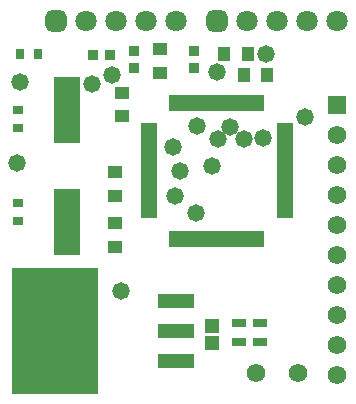
<source format=gts>
G04*
G04 #@! TF.GenerationSoftware,Altium Limited,Altium Designer,24.7.2 (38)*
G04*
G04 Layer_Color=8388736*
%FSLAX44Y44*%
%MOMM*%
G71*
G04*
G04 #@! TF.SameCoordinates,1ABB164B-B226-434E-8602-407845119EEE*
G04*
G04*
G04 #@! TF.FilePolarity,Negative*
G04*
G01*
G75*
%ADD20R,0.9000X0.8000*%
%ADD21R,1.2000X1.0000*%
%ADD23R,1.0000X1.2000*%
%ADD24R,0.9121X0.9581*%
%ADD25R,0.9581X0.9121*%
%ADD26R,0.8000X0.9000*%
%ADD27R,0.5032X1.4032*%
%ADD28R,1.4032X0.5032*%
%ADD29R,1.1532X0.6532*%
%ADD30R,1.2532X1.1532*%
%ADD31R,7.4032X10.7032*%
%ADD32R,3.0532X1.2532*%
%ADD33R,2.2032X5.7032*%
%ADD34C,1.5700*%
%ADD35R,1.5660X1.5660*%
%ADD36C,1.5660*%
%ADD37C,1.8032*%
G04:AMPARAMS|DCode=38|XSize=1.8032mm|YSize=1.8032mm|CornerRadius=0.5016mm|HoleSize=0mm|Usage=FLASHONLY|Rotation=0.000|XOffset=0mm|YOffset=0mm|HoleType=Round|Shape=RoundedRectangle|*
%AMROUNDEDRECTD38*
21,1,1.8032,0.8000,0,0,0.0*
21,1,0.8000,1.8032,0,0,0.0*
1,1,1.0032,0.4000,-0.4000*
1,1,1.0032,-0.4000,-0.4000*
1,1,1.0032,-0.4000,0.4000*
1,1,1.0032,0.4000,0.4000*
%
%ADD38ROUNDEDRECTD38*%
%ADD39C,1.4732*%
D20*
X855750Y538680D02*
D03*
Y523680D02*
D03*
Y602730D02*
D03*
Y617730D02*
D03*
D21*
X937260Y501810D02*
D03*
Y521810D02*
D03*
Y564990D02*
D03*
Y544990D02*
D03*
X943610Y632300D02*
D03*
Y612300D02*
D03*
X975360Y649130D02*
D03*
Y669130D02*
D03*
D23*
X1046640Y647700D02*
D03*
X1066640D02*
D03*
X1050130Y665480D02*
D03*
X1030130D02*
D03*
D24*
X1004570Y667670D02*
D03*
Y653130D02*
D03*
X953770Y668020D02*
D03*
Y653480D02*
D03*
D25*
X918560Y664210D02*
D03*
X933100D02*
D03*
D26*
X857370Y665480D02*
D03*
X872370D02*
D03*
D27*
X986120Y623920D02*
D03*
X991120D02*
D03*
X996120D02*
D03*
X1001120D02*
D03*
X1006120D02*
D03*
X1011120D02*
D03*
X1016120D02*
D03*
X1021120D02*
D03*
X1026120D02*
D03*
X1031120D02*
D03*
X1036120D02*
D03*
X1041120D02*
D03*
X1046120D02*
D03*
X1051120D02*
D03*
X1056120D02*
D03*
X1061120D02*
D03*
Y508920D02*
D03*
X1056120D02*
D03*
X1051120D02*
D03*
X1046120D02*
D03*
X1041120D02*
D03*
X1036120D02*
D03*
X1031120D02*
D03*
X1026120D02*
D03*
X1021120D02*
D03*
X1016120D02*
D03*
X1011120D02*
D03*
X1006120D02*
D03*
X1001120D02*
D03*
X996120D02*
D03*
X991120D02*
D03*
X986120D02*
D03*
D28*
X1081120Y603920D02*
D03*
Y598920D02*
D03*
Y593920D02*
D03*
Y588920D02*
D03*
Y583920D02*
D03*
Y578920D02*
D03*
Y573920D02*
D03*
Y568920D02*
D03*
Y563920D02*
D03*
Y558920D02*
D03*
Y553920D02*
D03*
Y548920D02*
D03*
Y543920D02*
D03*
Y538920D02*
D03*
Y533920D02*
D03*
Y528920D02*
D03*
X966120D02*
D03*
Y533920D02*
D03*
Y538920D02*
D03*
Y543920D02*
D03*
Y548920D02*
D03*
Y553920D02*
D03*
Y558920D02*
D03*
Y563920D02*
D03*
Y568920D02*
D03*
Y573920D02*
D03*
Y578920D02*
D03*
Y583920D02*
D03*
Y588920D02*
D03*
Y593920D02*
D03*
Y598920D02*
D03*
Y603920D02*
D03*
D29*
X1060450Y437010D02*
D03*
Y421510D02*
D03*
X1042670Y437010D02*
D03*
Y421510D02*
D03*
D30*
X1019810Y420740D02*
D03*
Y435240D02*
D03*
D31*
X887100Y430530D02*
D03*
D32*
X989100Y455930D02*
D03*
Y430530D02*
D03*
Y405130D02*
D03*
D33*
X896620Y617730D02*
D03*
Y522730D02*
D03*
D34*
X1092200Y394970D02*
D03*
X1056640D02*
D03*
D35*
X1125220Y622300D02*
D03*
D36*
Y596900D02*
D03*
Y571500D02*
D03*
Y546100D02*
D03*
Y520700D02*
D03*
Y495300D02*
D03*
Y469900D02*
D03*
Y444500D02*
D03*
Y419100D02*
D03*
Y393700D02*
D03*
D37*
X1074420Y693420D02*
D03*
X1049020D02*
D03*
X1099820D02*
D03*
X1125220D02*
D03*
X938530D02*
D03*
X913130D02*
D03*
X963930D02*
D03*
X989330D02*
D03*
D38*
X1023620D02*
D03*
X887730D02*
D03*
D39*
X992505Y565785D02*
D03*
X988060Y544830D02*
D03*
X1098550Y612140D02*
D03*
X1062943Y594407D02*
D03*
X1005840Y530860D02*
D03*
X1035050Y603250D02*
D03*
X1024890Y593090D02*
D03*
X1007110Y604520D02*
D03*
X1046480Y593090D02*
D03*
X1019810Y570230D02*
D03*
X1065530Y665480D02*
D03*
X1023620Y650240D02*
D03*
X934720Y647700D02*
D03*
X918210Y640080D02*
D03*
X854710Y572770D02*
D03*
X986790Y586740D02*
D03*
X857250Y641350D02*
D03*
X942340Y464820D02*
D03*
M02*

</source>
